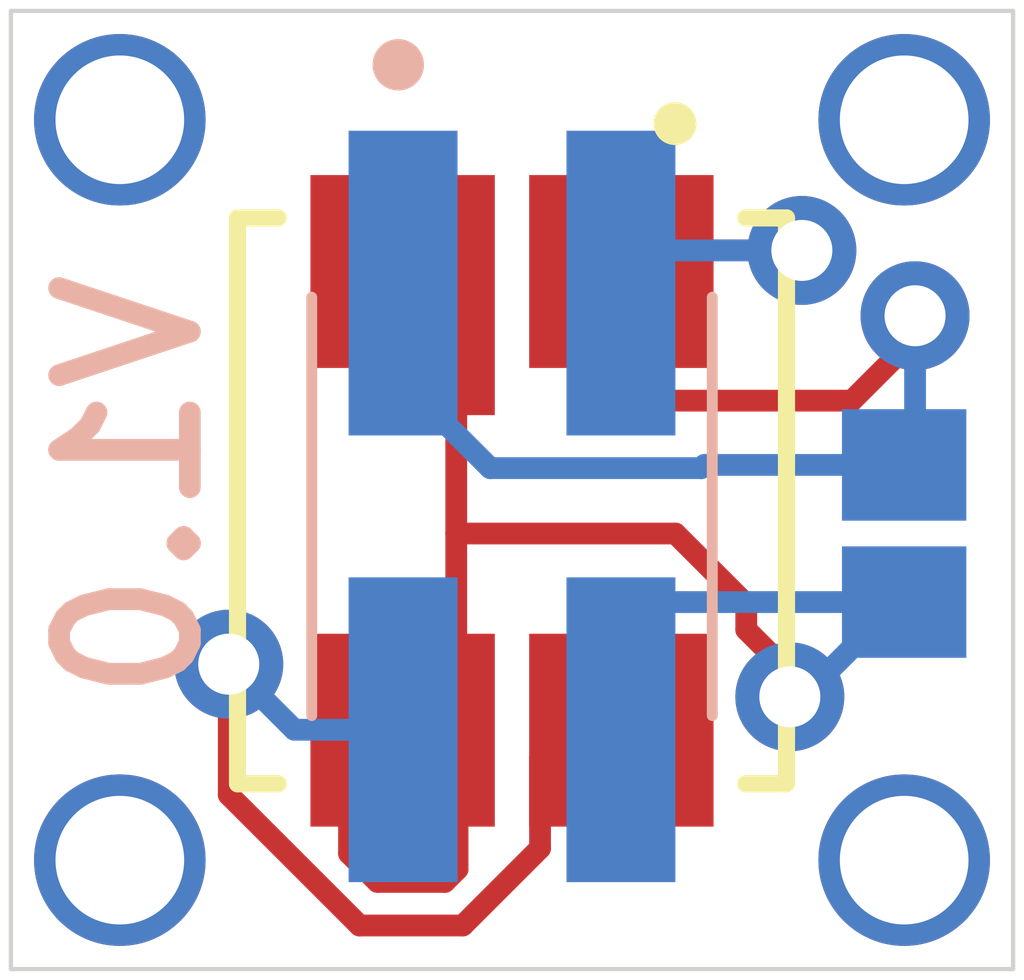
<source format=kicad_pcb>
(kicad_pcb (version 20211014) (generator pcbnew)
  (layers (0 "F.Cu" signal "Top Layer") (31 "B.Cu" signal "Bottom Layer") (34 "B.Paste" user "Bottom Paste") (35 "F.Paste" user "Top Paste") (36 "B.SilkS" user "Bottom Overlay") (37 "F.SilkS" user "Top Overlay") (38 "B.Mask" user "Bottom Solder") (39 "F.Mask" user "Top Solder") (44 "Edge.Cuts" user))
  (net 0 "")
  (net 1 "VCC_3V3_PS_PCB")
  (net 2 "SDA_1")
  (net 3 "SCL_1")
  (net 4 "GND_PS_PCB")
  (footprint "" (layer "F.Cu") (at 143.9291 109.3216)
    (fp_text reference "" (at 0 0) (layer "F.SilkS") (effects (font (size 1.27 1.27))))
    (fp_text value "" (at 0 0) (layer "F.SilkS") (effects (font (size 1.27 1.27))))
    (pad "6" thru_hole circle (at 0 0) (size 2 2) (drill 1.5) (layers *.Cu *.Mask))
  )
  (footprint "" (layer "F.Cu") (at 153.0731 100.6856)
    (fp_text reference "" (at 0 0) (layer "F.SilkS") (effects (font (size 1.27 1.27))))
    (fp_text value "" (at 0 0) (layer "F.SilkS") (effects (font (size 1.27 1.27))))
    (pad "5" thru_hole circle (at 0 0 270) (size 2 2) (drill 1.5) (layers *.Cu *.Mask))
  )
  (footprint "" (layer "F.Cu") (at 153.0731 109.3216)
    (fp_text reference "" (at 0 0) (layer "F.SilkS") (effects (font (size 1.27 1.27))))
    (fp_text value "" (at 0 0) (layer "F.SilkS") (effects (font (size 1.27 1.27))))
    (pad "5" thru_hole circle (at 0 0 270) (size 2 2) (drill 1.5) (layers *.Cu *.Mask))
  )
  (footprint "" (layer "F.Cu") (at 143.9291 100.6856)
    (fp_text reference "" (at 0 0) (layer "F.SilkS") (effects (font (size 1.27 1.27))))
    (fp_text value "" (at 0 0) (layer "F.SilkS") (effects (font (size 1.27 1.27))))
    (pad "5" thru_hole circle (at 0 0) (size 2 2) (drill 1.5) (layers *.Cu *.Mask))
  )
  (footprint "Vault:FP-MS580301BA01-00-MFG" (layer "F.Cu") (at 148.5011 105.1306 90)
    (fp_text reference "U1" hide)
    (fp_text value "MS580305BA01-00" hide)
    (fp_line (start -3.3 3.2) (end 3.3 3.2) (layer "F.SilkS") (width 0.2))
    (fp_line (start -3.3 2.725) (end -3.3 3.2) (layer "F.SilkS") (width 0.2))
    (fp_line (start -3.3 -3.2) (end -3.3 -2.725) (layer "F.SilkS") (width 0.2))
    (fp_line (start 3.3 -3.2) (end 3.3 -2.725) (layer "F.SilkS") (width 0.2))
    (fp_line (start -3.3 -3.2) (end 3.3 -3.2) (layer "F.SilkS") (width 0.2))
    (fp_line (start 3.3 2.725) (end 3.3 3.2) (layer "F.SilkS") (width 0.2))
    (fp_circle (center 4.4 1.9) (end 4.525 1.9) (layer "F.SilkS") (width 0.25) (fill none))
    (pad "1" smd rect (at 2.675 1.9 90) (size 2.25 0.9) (layers "F.Cu" "F.Paste" "F.Mask") (net 3 "SCL_1"))
    (pad "2" smd rect (at 2.675 0.65 90) (size 2.25 0.9) (layers "F.Cu" "F.Paste" "F.Mask") (net 4 "GND_PS_PCB"))
    (pad "3" smd rect (at 2.4 -0.65 90) (size 2.8 0.9) (layers "F.Cu" "F.Paste" "F.Mask") (net 1 "VCC_3V3_PS_PCB"))
    (pad "4" smd rect (at 2.675 -1.9 90) (size 2.25 0.9) (layers "F.Cu" "F.Paste" "F.Mask"))
    (pad "5" smd rect (at -2.675 -1.9 90) (size 2.25 0.9) (layers "F.Cu" "F.Paste" "F.Mask") (net 1 "VCC_3V3_PS_PCB"))
    (pad "6" smd rect (at -2.675 -0.65 90) (size 2.25 0.9) (layers "F.Cu" "F.Paste" "F.Mask") (net 1 "VCC_3V3_PS_PCB"))
    (pad "7" smd rect (at -2.675 0.65 90) (size 2.25 0.9) (layers "F.Cu" "F.Paste" "F.Mask") (net 2 "SDA_1"))
    (pad "8" smd rect (at -2.675 1.9 90) (size 2.25 0.9) (layers "F.Cu" "F.Paste" "F.Mask"))
  )
  (footprint "Vault:CAPC2013X140X50NL20T25" (layer "B.Cu") (at 153.0731 105.5116 -90)
    (fp_text reference "C1" hide)
    (fp_text value "100nF" hide)
    (pad "1" smd rect (at -0.8 0 180) (size 1.45 1.3) (layers "B.Cu" "B.Paste" "B.Mask") (net 4 "GND_PS_PCB"))
    (pad "2" smd rect (at 0.799998 0 180) (size 1.45 1.3) (layers "B.Cu" "B.Paste" "B.Mask") (net 1 "VCC_3V3_PS_PCB"))
  )
  (footprint "5-146130-1.PcbLib:TE_5-146130-1" (layer "B.Cu") (at 148.5011 105.1956 -90)
    (fp_text reference "J1" hide)
    (fp_text value "5-146130-1" hide)
    (fp_line (start 2.44 -2.335) (end -2.44 -2.335) (layer "B.SilkS") (width 0.127))
    (fp_line (start 2.44 2.335) (end -2.44 2.335) (layer "B.SilkS") (width 0.127))
    (fp_circle (center -5.151 1.326) (end -5.301 1.326) (layer "B.SilkS") (width 0.3) (fill none))
    (pad "1" smd rect (at -2.605 1.27 90) (size 3.555 1.27) (layers "B.Cu" "B.Paste" "B.Mask") (net 4 "GND_PS_PCB"))
    (pad "2" smd rect (at 2.605002 1.27 90) (size 3.555 1.27) (layers "B.Cu" "B.Paste" "B.Mask") (net 2 "SDA_1"))
    (pad "3" smd rect (at -2.605 -1.27 90) (size 3.555 1.27) (layers "B.Cu" "B.Paste" "B.Mask") (net 3 "SCL_1"))
    (pad "4" smd rect (at 2.605002 -1.27 90) (size 3.555 1.27) (layers "B.Cu" "B.Paste" "B.Mask") (net 1 "VCC_3V3_PS_PCB"))
  )
  (gr_line (start 154.3431 99.4156) (end 154.3431 110.5916) (layer "Edge.Cuts") (width 0.05))
  (gr_line (start 142.6591 110.5916) (end 142.6591 99.4156) (layer "Edge.Cuts") (width 0.05))
  (gr_line (start 142.6591 99.4156) (end 154.3431 99.4156) (layer "Edge.Cuts") (width 0.05))
  (gr_line (start 154.3431 110.5916) (end 142.6591 110.5916) (layer "Edge.Cuts") (width 0.05))
  (gr_text "V1.0" (at 144.945095 102.3366 90) (layer "B.SilkS") (effects (font (size 1.524 1.524) (thickness 0.254)) (justify left bottom mirror)))
  (segment (start 147.8511 107.8056) (end 147.8661 107.820602) (width 0.254) (layer "F.Cu") (net 1))
  (segment (start 147.717309 109.5756) (end 147.8661 109.426809) (width 0.254) (layer "F.Cu") (net 1))
  (segment (start 147.8661 109.426809) (end 147.8661 108.3056) (width 0.254) (layer "F.Cu") (net 1))
  (segment (start 147.8511 107.8056) (end 147.8511 105.5116) (width 0.254) (layer "F.Cu") (net 1))
  (segment (start 151.7401 107.4166) (end 151.7401 107.141673) (width 0.254) (layer "F.Cu") (net 1))
  (segment (start 146.6011 109.243183) (end 146.6011 107.8056) (width 0.254) (layer "F.Cu") (net 1))
  (segment (start 147.8511 105.5116) (end 150.4061 105.5116) (width 0.254) (layer "F.Cu") (net 1))
  (segment (start 150.4061 105.5116) (end 151.2321 106.3376) (width 0.254) (layer "F.Cu") (net 1))
  (segment (start 147.8661 108.3056) (end 147.8661 107.820602) (width 0.254) (layer "F.Cu") (net 1))
  (segment (start 146.933519 109.5756) (end 147.717309 109.5756) (width 0.254) (layer "F.Cu") (net 1))
  (segment (start 147.8511 105.5116) (end 147.8511 102.7306) (width 0.254) (layer "F.Cu") (net 1))
  (segment (start 151.2321 106.633673) (end 151.2321 106.3376) (width 0.254) (layer "F.Cu") (net 1))
  (segment (start 151.2321 106.633673) (end 151.7401 107.141673) (width 0.254) (layer "F.Cu") (net 1))
  (segment (start 146.6011 109.243183) (end 146.933519 109.5756) (width 0.254) (layer "F.Cu") (net 1))
  (via (at 151.7401 107.4166) (size 1.27) (drill 0.7112) (layers "F.Cu" "B.Cu") (net 1))
  (segment (start 151.8931 107.4166) (end 152.9981 106.311598) (width 0.254) (layer "B.Cu") (net 1))
  (segment (start 150.2791 106.311598) (end 153.0731 106.311598) (width 0.254) (layer "B.Cu") (net 1))
  (segment (start 152.9981 106.311598) (end 153.0731 106.311598) (width 0.254) (layer "B.Cu") (net 1))
  (segment (start 149.7711 106.819598) (end 150.2791 106.311598) (width 0.254) (layer "B.Cu") (net 1))
  (segment (start 151.7401 107.4166) (end 151.8931 107.4166) (width 0.254) (layer "B.Cu") (net 1))
  (segment (start 149.7711 107.800602) (end 149.7711 106.819598) (width 0.254) (layer "B.Cu") (net 1))
  (segment (start 147.927728 110.0836) (end 148.8281 109.183228) (width 0.254) (layer "F.Cu") (net 2))
  (segment (start 145.1991 108.5596) (end 146.7231 110.0836) (width 0.254) (layer "F.Cu") (net 2))
  (segment (start 148.8281 108.128603) (end 149.1511 107.8056) (width 0.254) (layer "F.Cu") (net 2))
  (segment (start 145.1991 108.5596) (end 145.1991 107.0356) (width 0.254) (layer "F.Cu") (net 2))
  (segment (start 148.8281 109.183228) (end 148.8281 108.128603) (width 0.254) (layer "F.Cu") (net 2))
  (segment (start 146.7231 110.0836) (end 147.927728 110.0836) (width 0.254) (layer "F.Cu") (net 2))
  (via (at 145.1991 107.0356) (size 1.27) (drill 0.7112) (layers "F.Cu" "B.Cu") (net 2))
  (segment (start 145.1991 107.0356) (end 145.964102 107.800602) (width 0.254) (layer "B.Cu") (net 2))
  (segment (start 145.964102 107.800602) (end 147.2311 107.800602) (width 0.254) (layer "B.Cu") (net 2))
  (segment (start 150.4011 102.4556) (end 150.647098 102.2096) (width 0.254) (layer "F.Cu") (net 3))
  (segment (start 150.647098 102.2096) (end 151.880275 102.2096) (width 0.254) (layer "F.Cu") (net 3))
  (via (at 151.880275 102.2096) (size 1.27) (drill 0.7112) (layers "F.Cu" "B.Cu") (net 3))
  (segment (start 150.1521 102.2096) (end 151.880275 102.2096) (width 0.254) (layer "B.Cu") (net 3))
  (segment (start 149.7711 102.5906) (end 150.1521 102.2096) (width 0.254) (layer "B.Cu") (net 3))
  (segment (start 149.793282 103.9616) (end 152.4641 103.9616) (width 0.254) (layer "F.Cu") (net 4))
  (segment (start 149.474103 103.642422) (end 149.474103 102.7786) (width 0.254) (layer "F.Cu") (net 4))
  (segment (start 149.474103 103.642422) (end 149.793282 103.9616) (width 0.254) (layer "F.Cu") (net 4))
  (segment (start 152.4641 103.9616) (end 153.2001 103.2256) (width 0.254) (layer "F.Cu") (net 4))
  (segment (start 153.2001 103.2256) (end 153.2001 102.9716) (width 0.254) (layer "F.Cu") (net 4))
  (segment (start 149.1511 102.4556) (end 149.474103 102.7786) (width 0.254) (layer "F.Cu") (net 4))
  (via (at 153.2001 102.9716) (size 1.27) (drill 0.7112) (layers "F.Cu" "B.Cu") (net 4))
  (segment (start 147.2311 103.7331) (end 148.2471 104.7491) (width 0.254) (layer "B.Cu") (net 4))
  (segment (start 150.707941 104.7491) (end 150.745441 104.7116) (width 0.254) (layer "B.Cu") (net 4))
  (segment (start 153.0731 104.7116) (end 153.2001 104.5846) (width 0.254) (layer "B.Cu") (net 4))
  (segment (start 148.2471 104.7491) (end 150.707941 104.7491) (width 0.254) (layer "B.Cu") (net 4))
  (segment (start 150.745441 104.7116) (end 153.0731 104.7116) (width 0.254) (layer "B.Cu") (net 4))
  (segment (start 147.2311 103.7331) (end 147.2311 102.5906) (width 0.254) (layer "B.Cu") (net 4))
  (segment (start 153.2001 104.5846) (end 153.2001 102.9716) (width 0.254) (layer "B.Cu") (net 4))
)
</source>
